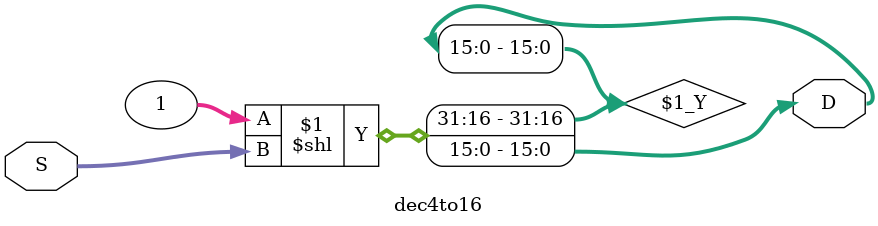
<source format=sv>
module cdss (
  input signed [3:0] A, B,
  input op,
  output signed [3:0] S,
  output Overflow,
  output [15:0] D,
  output signed [3:0] T);

  wire AgtB;
  
  //Instanciating the modules.
  addern adsub(op, A[3:0], B[3:0], S[3:0], Overflow);
  compare comp(A[3:0], B[3:0], AgtB);
  shifter troca(A[3:0], B[3:0], AgtB, T[3:0]);
  dec4to16 dcd(S[3:0], D[15:0]);
  
endmodule

//Comparator module.
module compare(A, B, AgtB);
  input signed [3:0] A, B;
  output AgtB;

  assign AgtB = A > B;
  
endmodule

//Shifter module.
module shifter (A, B, AgtB, Y);
  input signed [3:0] A, B;
  input AgtB;
  output reg signed [3:0] Y;
  always @(A, B, AgtB)
      if (AgtB)
			Y = A >>> 1;
		else
			Y = B <<< 2;
endmodule

//Full-ader module.
module fulladder (Cin, A, B, S, Cout);
  input Cin, A, B;
  output S, Cout;
  
  assign S = A ^ B ^ Cin;
  assign Cout = (A & B) | (Cin & A) | (Cin & B);
endmodule

//Adder/Subtractor module.
module addern (op, A, B, S, Overflow); 
  parameter n = 4;  
  input op;
  input signed [n-1:0] A, B;
  output signed [n-1:0] S;
  output Overflow;
  wire [n:0] C;
  wire [4:0] St;
  
  assign St = {n{op}}^B; 
  
  genvar i;
  assign C[0] = op;
  generate
    for (i=0; i<= n-1; i =  i+1)
      begin:addbit
        fulladder stage (C[i], A[i], St[i], S[i], C[i+1]);
      end
  endgenerate
  assign Overflow = C[n]^C[n-1];
endmodule


//4x16 Decoder module.
module dec4to16 (S, D);
  input [3:0] S;
  output [15:0] D;
  
  assign D = 1 << S;
endmodule
      
      

  
  
</source>
